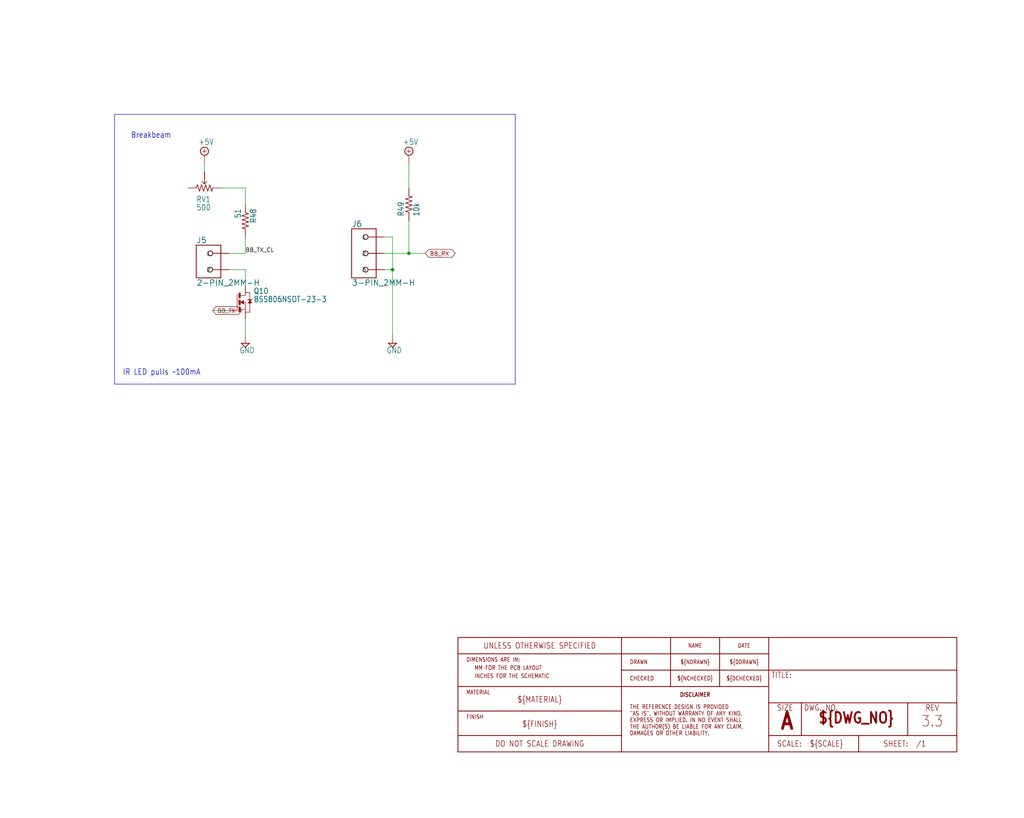
<source format=kicad_sch>
(kicad_sch (version 20230121) (generator eeschema)
  (paper "User" 318.084 254.203)
  (lib_symbols
    (symbol "kicker-eagle-import:2-PIN_2MM-H"
      (property "Reference" "J" (at -5.08 7.62 0))
      (symbol "2-PIN_2MM-H_1_0"
        (circle (center -0.762 -2.54) (radius 0.762) (stroke (width 0.254)))
        (circle (center -0.762 2.54) (radius 0.762) (stroke (width 0.254)))
        (polyline (pts (xy -5.08 -5.08) (xy 2.54 -5.08)) (stroke (width 0.254)))
        (polyline (pts (xy -5.08 5.08) (xy -5.08 -5.08)) (stroke (width 0.254)))
        (polyline (pts (xy 2.54 -5.08) (xy 2.54 5.08)) (stroke (width 0.254)))
        (polyline (pts (xy 2.54 5.08) (xy -5.08 5.08)) (stroke (width 0.254)))
        (pin bidirectional line (at 5.08 2.54 180) (length 5.08) (name "1") (number "1"))
        (pin bidirectional line (at 5.08 -2.54 180) (length 5.08) (name "2") (number "2"))
      )
    )
    (symbol "kicker-eagle-import:3-PIN_2MM-H"
      (property "Reference" "J" (at -5.08 10.16 0))
      (symbol "3-PIN_2MM-H_1_0"
        (circle (center -0.762 -5.08) (radius 0.762) (stroke (width 0.254)))
        (circle (center -0.762 0) (radius 0.762) (stroke (width 0.254)))
        (circle (center -0.762 5.08) (radius 0.762) (stroke (width 0.254)))
        (polyline (pts (xy -5.08 -7.62) (xy 2.54 -7.62)) (stroke (width 0.254)))
        (polyline (pts (xy -5.08 7.62) (xy -5.08 -7.62)) (stroke (width 0.254)))
        (polyline (pts (xy 2.54 -7.62) (xy 2.54 7.62)) (stroke (width 0.254)))
        (polyline (pts (xy 2.54 7.62) (xy -5.08 7.62)) (stroke (width 0.254)))
        (pin bidirectional line (at 5.08 5.08 180) (length 5.08) (name "1") (number "1"))
        (pin bidirectional line (at 5.08 0 180) (length 5.08) (name "2") (number "2"))
        (pin bidirectional line (at 5.08 -5.08 180) (length 5.08) (name "3") (number "3"))
      )
    )
    (symbol "kicker-eagle-import:BSS806NSOT-23-3"
      (property "Reference" "Q" (at 2.54 2.54 0))
      (symbol "BSS806NSOT-23-3_1_0"
        (rectangle (start -2.032 -2.921) (end -1.524 -1.397) (fill (type outline)))
        (rectangle (start -2.032 -0.762) (end -1.524 0.762) (fill (type outline)))
        (rectangle (start -2.032 1.397) (end -1.524 2.921) (fill (type outline)))
        (polyline (pts (xy -2.54 -2.54) (xy -2.54 2.54)) (stroke (width 0.1524)))
        (polyline (pts (xy -1.524 -2.159) (xy 0 -2.159)) (stroke (width 0.1524)))
        (polyline (pts (xy -1.524 2.159) (xy 0 2.159)) (stroke (width 0.1524)))
        (polyline (pts (xy -0.508 0) (xy 0 0)) (stroke (width 0.1524)))
        (polyline (pts (xy 0 -2.159) (xy 0 -2.54)) (stroke (width 0.1524)))
        (polyline (pts (xy 0 0) (xy 0 -2.159)) (stroke (width 0.1524)))
        (polyline (pts (xy 0 2.159) (xy 0 2.54)) (stroke (width 0.1524)))
        (polyline (pts (xy 0 3.048) (xy 1.397 3.048)) (stroke (width 0.1524)))
        (polyline (pts (xy 1.397 -3.048) (xy 0 -3.048)) (stroke (width 0.1524)))
        (polyline (pts (xy 1.397 -0.254) (xy 1.397 -3.048)) (stroke (width 0.1524)))
        (polyline (pts (xy 1.397 3.048) (xy 1.397 0.762)) (stroke (width 0.1524)))
        (polyline (pts (xy -1.524 0) (xy -0.508 0.635) (xy -0.508 -0.635)) (stroke (width 0.1016)) (fill (type outline)))
        (polyline (pts (xy 1.397 0.762) (xy 2.032 -0.254) (xy 0.762 -0.254)) (stroke (width 0.1016)) (fill (type outline)))
        (rectangle (start 0.762 0.762) (end 2.032 0.889) (fill (type outline)))
        (pin passive line (at -5.08 -2.54 0) (length 2.54) (name "G") (number "1"))
        (pin passive line (at 0 -5.08 90) (length 2.54) (name "S") (number "2"))
        (pin passive line (at 0 5.08 270) (length 2.54) (name "D") (number "3"))
      )
    )
    (symbol "kicker-eagle-import:GND" (power)
      (property "Value" "GND" (at -1.905 -3.175 0))
      (symbol "GND_1_0"
        (polyline (pts (xy -1.27 0) (xy 1.27 0)) (stroke (width 0.254)))
        (polyline (pts (xy 0 -1.27) (xy -1.27 0)) (stroke (width 0.254)))
        (polyline (pts (xy 1.27 0) (xy 0 -1.27)) (stroke (width 0.254)))
        (pin power_in line (at 0 2.54 270) (length 2.54) (name "GND") (number "1"))
      )
    )
    (symbol "kicker-eagle-import:PVG3"
      (property "Reference" "RV" (at -2.54 -2.54 0))
      (symbol "PVG3_1_0"
        (polyline (pts (xy -2.54 0) (xy -2.159 1.016)) (stroke (width 0.2032)))
        (polyline (pts (xy -2.159 1.016) (xy -1.524 -1.016)) (stroke (width 0.2032)))
        (polyline (pts (xy -1.524 -1.016) (xy -0.889 1.016)) (stroke (width 0.2032)))
        (polyline (pts (xy -0.889 1.016) (xy -0.254 -1.016)) (stroke (width 0.2032)))
        (polyline (pts (xy -0.254 -1.016) (xy 0.381 1.016)) (stroke (width 0.2032)))
        (polyline (pts (xy 0 1.27) (xy -0.762 2.032)) (stroke (width 0.2032)))
        (polyline (pts (xy 0 1.27) (xy 0.762 2.032)) (stroke (width 0.2032)))
        (polyline (pts (xy 0 5.08) (xy 0 1.27)) (stroke (width 0.2032)))
        (polyline (pts (xy 0.381 1.016) (xy 1.016 -1.016)) (stroke (width 0.2032)))
        (polyline (pts (xy 1.016 -1.016) (xy 1.651 1.016)) (stroke (width 0.2032)))
        (polyline (pts (xy 1.651 1.016) (xy 2.286 -1.016)) (stroke (width 0.2032)))
        (polyline (pts (xy 2.286 -1.016) (xy 2.54 0)) (stroke (width 0.2032)))
        (pin passive line (at -5.08 0 0) (length 2.54) (name "PIN1") (number "P$1"))
        (pin passive line (at 0 5.08 270) (length 2.54) (name "PIN2") (number "P$2"))
        (pin passive line (at 5.08 0 180) (length 2.54) (name "PIN3") (number "P$3"))
      )
    )
    (symbol "kicker-eagle-import:RO_FRAME_A_L_20161226"
      (symbol "RO_FRAME_A_L_20161226_1_0"
        (polyline (pts (xy 0 43.18) (xy 3.81 43.18)))
        (polyline (pts (xy 0 86.36) (xy 3.81 86.36)))
        (polyline (pts (xy 0 129.54) (xy 3.81 129.54)))
        (polyline (pts (xy 0 172.72) (xy 3.81 172.72)))
        (polyline (pts (xy 3.81 3.81) (xy 3.81 212.09)))
        (polyline (pts (xy 46.5667 0) (xy 46.5667 3.81)))
        (polyline (pts (xy 93.1333 0) (xy 93.1333 3.81)))
        (polyline (pts (xy 139.7 0) (xy 139.7 3.81)))
        (polyline (pts (xy 186.2667 0) (xy 186.2667 3.81)))
        (polyline (pts (xy 232.8333 0) (xy 232.8333 3.81)))
        (polyline (pts (xy 275.59 212.09) (xy 3.81 212.09)))
        (polyline (pts (xy 0 0) (xy 279.4 0) (xy 279.4 215.9) (xy 0 215.9) (xy 0 0)))
        (text "1" (at 23.2833 213.995 0) (effects (font (size 2.54 2.286))))
        (text "2" (at 69.85 213.995 0) (effects (font (size 2.54 2.286))))
        (text "3" (at 116.4167 213.995 0) (effects (font (size 2.54 2.286))))
        (text "4" (at 162.9833 213.995 0) (effects (font (size 2.54 2.286))))
        (text "5" (at 209.55 213.995 0) (effects (font (size 2.54 2.286))))
        (text "6" (at 256.1167 213.995 0) (effects (font (size 2.54 2.286))))
        (text "A" (at 1.905 194.31 0) (effects (font (size 2.54 2.286))))
        (text "B" (at 1.905 151.13 0) (effects (font (size 2.54 2.286))))
        (text "C" (at 1.905 107.95 0) (effects (font (size 2.54 2.286))))
        (text "D" (at 1.905 64.77 0) (effects (font (size 2.54 2.286))))
        (text "E" (at 1.905 21.59 0) (effects (font (size 2.54 2.286))))
      )
      (symbol "RO_FRAME_A_L_20161226_2_0"
        (polyline (pts (xy 0 0) (xy 0 5.08)) (stroke (width 0.254)))
        (polyline (pts (xy 0 5.08) (xy 0 12.7)) (stroke (width 0.254)))
        (polyline (pts (xy 0 12.7) (xy 0 20.32)) (stroke (width 0.254)))
        (polyline (pts (xy 0 12.7) (xy 50.8 12.7)) (stroke (width 0.254)))
        (polyline (pts (xy 0 20.32) (xy 0 30.48)) (stroke (width 0.254)))
        (polyline (pts (xy 0 30.48) (xy 0 35.56)) (stroke (width 0.254)))
        (polyline (pts (xy 0 30.48) (xy 50.8 30.48)) (stroke (width 0.254)))
        (polyline (pts (xy 0 35.56) (xy 50.8 35.56)) (stroke (width 0.254)))
        (polyline (pts (xy 50.8 0) (xy 0 0)) (stroke (width 0.254)))
        (polyline (pts (xy 50.8 5.08) (xy 0 5.08)) (stroke (width 0.254)))
        (polyline (pts (xy 50.8 5.08) (xy 50.8 0)) (stroke (width 0.254)))
        (polyline (pts (xy 50.8 12.7) (xy 50.8 5.08)) (stroke (width 0.254)))
        (polyline (pts (xy 50.8 20.32) (xy 0 20.32)) (stroke (width 0.254)))
        (polyline (pts (xy 50.8 20.32) (xy 50.8 12.7)) (stroke (width 0.254)))
        (polyline (pts (xy 50.8 20.32) (xy 50.8 25.4)) (stroke (width 0.254)))
        (polyline (pts (xy 50.8 25.4) (xy 50.8 30.48)) (stroke (width 0.254)))
        (polyline (pts (xy 50.8 25.4) (xy 96.52 25.4)) (stroke (width 0.254)))
        (polyline (pts (xy 50.8 30.48) (xy 96.52 30.48)) (stroke (width 0.254)))
        (polyline (pts (xy 50.8 35.56) (xy 50.8 30.48)) (stroke (width 0.254)))
        (polyline (pts (xy 50.8 35.56) (xy 66.04 35.56)) (stroke (width 0.254)))
        (polyline (pts (xy 66.04 20.32) (xy 50.8 20.32)) (stroke (width 0.254)))
        (polyline (pts (xy 66.04 35.56) (xy 66.04 20.32)) (stroke (width 0.254)))
        (polyline (pts (xy 66.04 35.56) (xy 81.28 35.56)) (stroke (width 0.254)))
        (polyline (pts (xy 81.28 20.32) (xy 66.04 20.32)) (stroke (width 0.254)))
        (polyline (pts (xy 81.28 35.56) (xy 81.28 20.32)) (stroke (width 0.254)))
        (polyline (pts (xy 81.28 35.56) (xy 96.52 35.56)) (stroke (width 0.254)))
        (polyline (pts (xy 96.52 0) (xy 50.8 0)) (stroke (width 0.254)))
        (polyline (pts (xy 96.52 0) (xy 96.52 5.08)) (stroke (width 0.254)))
        (polyline (pts (xy 96.52 5.08) (xy 96.52 15.24)) (stroke (width 0.254)))
        (polyline (pts (xy 96.52 5.08) (xy 106.68 5.08)) (stroke (width 0.254)))
        (polyline (pts (xy 96.52 15.24) (xy 96.52 20.32)) (stroke (width 0.254)))
        (polyline (pts (xy 96.52 15.24) (xy 106.68 15.24)) (stroke (width 0.254)))
        (polyline (pts (xy 96.52 20.32) (xy 81.28 20.32)) (stroke (width 0.254)))
        (polyline (pts (xy 96.52 20.32) (xy 96.52 25.4)) (stroke (width 0.254)))
        (polyline (pts (xy 96.52 25.4) (xy 96.52 30.48)) (stroke (width 0.254)))
        (polyline (pts (xy 96.52 25.4) (xy 154.94 25.4)) (stroke (width 0.254)))
        (polyline (pts (xy 96.52 30.48) (xy 96.52 35.56)) (stroke (width 0.254)))
        (polyline (pts (xy 96.52 35.56) (xy 154.94 35.56)) (stroke (width 0.254)))
        (polyline (pts (xy 106.68 5.08) (xy 124.46 5.08)) (stroke (width 0.254)))
        (polyline (pts (xy 106.68 15.24) (xy 106.68 5.08)) (stroke (width 0.254)))
        (polyline (pts (xy 106.68 15.24) (xy 139.7 15.24)) (stroke (width 0.254)))
        (polyline (pts (xy 124.46 0) (xy 96.52 0)) (stroke (width 0.254)))
        (polyline (pts (xy 124.46 5.08) (xy 124.46 0)) (stroke (width 0.254)))
        (polyline (pts (xy 124.46 5.08) (xy 139.7 5.08)) (stroke (width 0.254)))
        (polyline (pts (xy 139.7 5.08) (xy 154.94 5.08)) (stroke (width 0.254)))
        (polyline (pts (xy 139.7 15.24) (xy 139.7 5.08)) (stroke (width 0.254)))
        (polyline (pts (xy 139.7 15.24) (xy 154.94 15.24)) (stroke (width 0.254)))
        (polyline (pts (xy 154.94 0) (xy 124.46 0)) (stroke (width 0.254)))
        (polyline (pts (xy 154.94 5.08) (xy 154.94 0)) (stroke (width 0.254)))
        (polyline (pts (xy 154.94 15.24) (xy 154.94 5.08)) (stroke (width 0.254)))
        (polyline (pts (xy 154.94 25.4) (xy 154.94 15.24)) (stroke (width 0.254)))
        (polyline (pts (xy 154.94 35.56) (xy 154.94 25.4)) (stroke (width 0.254)))
        (text "${#}/${##}" (at 142.24 2.54 0) (effects (font (size 1.778 1.5113)) (justify left)))
        (text "${DCHECKED}" (at 88.9 22.86 0) (effects (font (size 1.27 1.0795))))
        (text "${DDRAWN}" (at 88.9 27.94 0) (effects (font (size 1.27 1.0795))))
        (text "${DWG_NO}" (at 111.76 8.636 0) (effects (font (size 3.302 2.8067) (thickness 0.5613) bold) (justify left bottom)))
        (text "${FINISH}" (at 25.4 7.62 0) (effects (font (size 1.778 1.5113)) (justify bottom)))
        (text "${MATERIAL}" (at 25.4 15.24 0) (effects (font (size 1.778 1.5113)) (justify bottom)))
        (text "${NCHECKED}" (at 73.66 22.86 0) (effects (font (size 1.27 1.0795))))
        (text "${NDRAWN}" (at 73.66 27.94 0) (effects (font (size 1.27 1.0795))))
        (text "${REV}" (at 147.32 7.62 0) (effects (font (size 3.302 2.8067)) (justify bottom)))
        (text "${SCALE}" (at 109.22 2.54 0) (effects (font (size 1.778 1.5113)) (justify left)))
        (text "${TITLE}" (at 104.14 20.32 0) (effects (font (size 3.302 2.8067)) (justify left)))
        (text "A" (at 99.822 6.604 0) (effects (font (size 5.08 4.318) (thickness 0.8636) bold) (justify left bottom)))
        (text "CHECKED" (at 53.34 22.86 0) (effects (font (size 1.27 1.0795)) (justify left)))
        (text "DATE" (at 88.9 33.02 0) (effects (font (size 1.27 1.0795))))
        (text "DIMENSIONS ARE IN:" (at 2.54 27.94 0) (effects (font (size 1.27 1.0795)) (justify left bottom)))
        (text "DISCLAIMER" (at 73.66 17.78 0) (effects (font (size 1.27 1.0795) (thickness 0.2159) bold)))
        (text "DO NOT SCALE DRAWING" (at 25.4 2.54 0) (effects (font (size 1.778 1.5113))))
        (text "DRAWN" (at 53.34 27.94 0) (effects (font (size 1.27 1.0795)) (justify left)))
        (text "DWG. NO." (at 107.442 12.7 0) (effects (font (size 1.778 1.5113)) (justify left bottom)))
        (text "FINISH" (at 2.54 10.16 0) (effects (font (size 1.27 1.0795)) (justify left bottom)))
        (text "INCHES FOR THE SCHEMATIC" (at 5.08 22.86 0) (effects (font (size 1.27 1.0795)) (justify left bottom)))
        (text "MATERIAL" (at 2.54 17.78 0) (effects (font (size 1.27 1.0795)) (justify left bottom)))
        (text "MM FOR THE PCB LAYOUT" (at 5.08 25.4 0) (effects (font (size 1.27 1.0795)) (justify left bottom)))
        (text "NAME" (at 73.66 33.02 0) (effects (font (size 1.27 1.0795))))
        (text "REV" (at 147.32 12.7 0) (effects (font (size 1.778 1.5113)) (justify bottom)))
        (text "SCALE:" (at 99.06 2.54 0) (effects (font (size 1.778 1.5113)) (justify left)))
        (text "SHEET:" (at 132.08 2.54 0) (effects (font (size 1.778 1.5113)) (justify left)))
        (text "SIZE" (at 101.6 12.7 0) (effects (font (size 1.778 1.5113)) (justify bottom)))
        (text "THE REFERENCE DESIGN IS PROVIDED\n\"AS IS\", WITHOUT WARRANTY OF ANY KIND,\nEXPRESS OR IMPLIED. IN NO EVENT SHALL\nTHE AUTHOR(S) BE LIABLE FOR ANY CLAIM,\nDAMAGES OR OTHER LIABILITY." (at 53.34 5.08 0) (effects (font (size 1.27 1.0795)) (justify left bottom)))
        (text "TITLE:" (at 97.282 22.86 0) (effects (font (size 1.778 1.5113)) (justify left bottom)))
        (text "UNLESS OTHERWISE SPECIFIED" (at 25.4 33.02 0) (effects (font (size 1.778 1.5113))))
      )
    )
    (symbol "kicker-eagle-import:rcl_R-US_R0603"
      (property "Reference" "R" (at -3.81 1.4986 0))
      (symbol "rcl_R-US_R0603_1_0"
        (polyline (pts (xy -2.54 0) (xy -2.159 1.016)) (stroke (width 0.2032)))
        (polyline (pts (xy -2.159 1.016) (xy -1.524 -1.016)) (stroke (width 0.2032)))
        (polyline (pts (xy -1.524 -1.016) (xy -0.889 1.016)) (stroke (width 0.2032)))
        (polyline (pts (xy -0.889 1.016) (xy -0.254 -1.016)) (stroke (width 0.2032)))
        (polyline (pts (xy -0.254 -1.016) (xy 0.381 1.016)) (stroke (width 0.2032)))
        (polyline (pts (xy 0.381 1.016) (xy 1.016 -1.016)) (stroke (width 0.2032)))
        (polyline (pts (xy 1.016 -1.016) (xy 1.651 1.016)) (stroke (width 0.2032)))
        (polyline (pts (xy 1.651 1.016) (xy 2.286 -1.016)) (stroke (width 0.2032)))
        (polyline (pts (xy 2.286 -1.016) (xy 2.54 0)) (stroke (width 0.2032)))
        (pin passive line (at -5.08 0 0) (length 2.54) (name "1") (number "1"))
        (pin passive line (at 5.08 0 180) (length 2.54) (name "2") (number "2"))
      )
    )
    (symbol "kicker-eagle-import:supply2_+5V" (power)
      (property "Value" "supply2_+5V" (at -1.905 3.175 0))
      (symbol "supply2_+5V_1_0"
        (polyline (pts (xy -0.635 1.27) (xy 0.635 1.27)) (stroke (width 0.1524)))
        (polyline (pts (xy 0 0.635) (xy 0 1.905)) (stroke (width 0.1524)))
        (circle (center 0 1.27) (radius 1.27) (stroke (width 0.254)))
        (pin power_in line (at 0 -2.54 90) (length 2.54) (name "+5V") (number "1"))
      )
    )
  )
  (junction (at 121.92 83.82))
  (junction (at 127 78.74))
  (wire (pts (xy 76.2 78.74) (xy 76.2 73.66)) (stroke (width 0.1524)))
  (polyline (pts (xy 35.56 35.56) (xy 35.56 119.38)) (stroke (width 0.1524) (type solid)))
  (polyline (pts (xy 35.56 119.38) (xy 160.02 119.38)) (stroke (width 0.1524) (type solid)))
  (polyline (pts (xy 160.02 119.38) (xy 160.02 35.56)) (stroke (width 0.1524) (type solid)))
  (polyline (pts (xy 160.02 35.56) (xy 35.56 35.56)) (stroke (width 0.1524) (type solid)))
  (wire (pts (xy 119.38 73.66) (xy 121.92 73.66)) (stroke (width 0.1524)))
  (wire (pts (xy 76.2 58.42) (xy 76.2 63.5)) (stroke (width 0.1524)))
  (wire (pts (xy 119.38 83.82) (xy 121.92 83.82)) (stroke (width 0.1524)))
  (wire (pts (xy 121.92 83.82) (xy 121.92 104.14)) (stroke (width 0.1524)))
  (wire (pts (xy 127 50.8) (xy 127 58.42)) (stroke (width 0.1524)))
  (wire (pts (xy 127 78.74) (xy 127 68.58)) (stroke (width 0.1524)))
  (wire (pts (xy 71.12 83.82) (xy 76.2 83.82)) (stroke (width 0.1524)))
  (wire (pts (xy 121.92 73.66) (xy 121.92 83.82)) (stroke (width 0.1524)))
  (wire (pts (xy 68.58 58.42) (xy 76.2 58.42)) (stroke (width 0.1524)))
  (wire (pts (xy 76.2 83.82) (xy 76.2 88.9)) (stroke (width 0.1524)))
  (wire (pts (xy 63.5 53.34) (xy 63.5 50.8)) (stroke (width 0.1524)))
  (wire (pts (xy 76.2 104.14) (xy 76.2 99.06)) (stroke (width 0.1524)))
  (wire (pts (xy 71.12 78.74) (xy 76.2 78.74)) (stroke (width 0.1524)))
  (wire (pts (xy 71.12 96.52) (xy 66.04 96.52)) (stroke (width 0.1524)))
  (wire (pts (xy 119.38 78.74) (xy 127 78.74)) (stroke (width 0.1524)))
  (wire (pts (xy 127 78.74) (xy 132.08 78.74)) (stroke (width 0.1524)))
  (text "IR LED pulls ~100mA" (at 38.1 116.84 0) (effects (font (size 1.778 1.5113)) (justify left bottom)))
  (text "Breakbeam" (at 40.64 43.18 0) (effects (font (size 1.778 1.5113)) (justify left bottom)))
  (label "BB_TX_CL" (at 76.2 78.74 0) (effects (font (size 1.2446 1.2446))))
  (global_label "BB_RX" (shape bidirectional) (at 132.08 78.74 0) (effects (font (size 1.2446 1.2446))) (property "Intersheetrefs" "${INTERSHEET_REFS}" (effects hide)))
  (global_label "BB_TX" (shape bidirectional) (at 66.04 96.52 0) (effects (font (size 1.2446 1.2446))) (property "Intersheetrefs" "${INTERSHEET_REFS}" (effects hide)))
  (symbol (lib_id "kicker-eagle-import:BSS806NSOT-23-3") (at 76.2 93.98 0) (unit 1)
    (property "Reference" "Q10" (at 78.74 91.44 0) (effects (font (size 1.778 1.5113)) (justify left bottom)))
    (property "Value" "BSS806NSOT-23-3" (at 78.74 93.98 0) (effects (font (size 1.778 1.5113)) (justify left bottom)))
    (property "Footprint" "kicker:SOT95P240X110-3" (effects hide))
  )
  (symbol (lib_id "kicker-eagle-import:rcl_R-US_R0603") (at 76.2 68.58 270) (unit 1)
    (property "Reference" "R48" (at 77.6986 64.77 0) (effects (font (size 1.778 1.5113)) (justify left bottom)))
    (property "Value" "51" (at 72.898 64.77 0) (effects (font (size 1.778 1.5113)) (justify left bottom)))
    (property "Footprint" "kicker:R0603" (effects hide))
  )
  (symbol (lib_id "kicker-eagle-import:GND") (at 121.92 106.68 0) (unit 1)
    (property "Reference" "#SUPPLY95" (effects hide))
    (property "Value" "GND" (at 120.015 109.855 0) (effects (font (size 1.778 1.5113)) (justify left bottom)))
  )
  (symbol (lib_id "kicker-eagle-import:RO_FRAME_A_L_20161226") (at 142.24 233.68 0) (unit 2)
    (property "Reference" "#FRAME8" (effects hide))
    (property "Value" "RO_FRAME_A_L_20161226" (effects hide))
    (property "REV" "3.3" (effects hide))
  )
  (symbol (lib_id "kicker-eagle-import:PVG3") (at 63.5 58.42 0) (unit 1)
    (property "Reference" "RV1" (at 60.96 60.96 0) (effects (font (size 1.778 1.5113)) (justify left top)))
    (property "Value" "500" (at 60.96 63.5 0) (effects (font (size 1.778 1.5113)) (justify left top)))
    (property "Footprint" "kicker:PVG3G" (effects hide))
  )
  (symbol (lib_id "kicker-eagle-import:2-PIN_2MM-H") (at 66.04 81.28 0) (unit 1)
    (property "Reference" "J5" (at 60.96 73.66 0) (effects (font (size 1.778 1.778)) (justify left top)))
    (property "Value" "2-PIN_2MM-H" (at 60.96 88.9 0) (effects (font (size 1.778 1.778)) (justify left bottom)))
    (property "Footprint" "kicker:2MM-2-H" (effects hide))
  )
  (symbol (lib_id "kicker-eagle-import:supply2_+5V") (at 63.5 48.26 0) (unit 1)
    (property "Reference" "#SUPPLY93" (effects hide))
    (property "Value" "+5V" (at 61.595 45.085 0) (effects (font (size 1.778 1.5113)) (justify left bottom)))
  )
  (symbol (lib_id "kicker-eagle-import:rcl_R-US_R0603") (at 127 63.5 90) (unit 1)
    (property "Reference" "R49" (at 125.5014 67.31 0) (effects (font (size 1.778 1.5113)) (justify left bottom)))
    (property "Value" "10k" (at 130.302 67.31 0) (effects (font (size 1.778 1.5113)) (justify left bottom)))
    (property "Footprint" "kicker:R0603" (effects hide))
  )
  (symbol (lib_id "kicker-eagle-import:3-PIN_2MM-H") (at 114.3 78.74 0) (unit 1)
    (property "Reference" "J6" (at 109.22 68.58 0) (effects (font (size 1.778 1.778)) (justify left top)))
    (property "Value" "3-PIN_2MM-H" (at 109.22 88.9 0) (effects (font (size 1.778 1.778)) (justify left bottom)))
    (property "Footprint" "kicker:2MM-3-H" (effects hide))
  )
  (symbol (lib_id "kicker-eagle-import:supply2_+5V") (at 127 48.26 0) (unit 1)
    (property "Reference" "#SUPPLY96" (effects hide))
    (property "Value" "+5V" (at 125.095 45.085 0) (effects (font (size 1.778 1.5113)) (justify left bottom)))
  )
  (symbol (lib_id "kicker-eagle-import:GND") (at 76.2 106.68 0) (unit 1)
    (property "Reference" "#SUPPLY94" (effects hide))
    (property "Value" "GND" (at 74.295 109.855 0) (effects (font (size 1.778 1.5113)) (justify left bottom)))
  )
)
</source>
